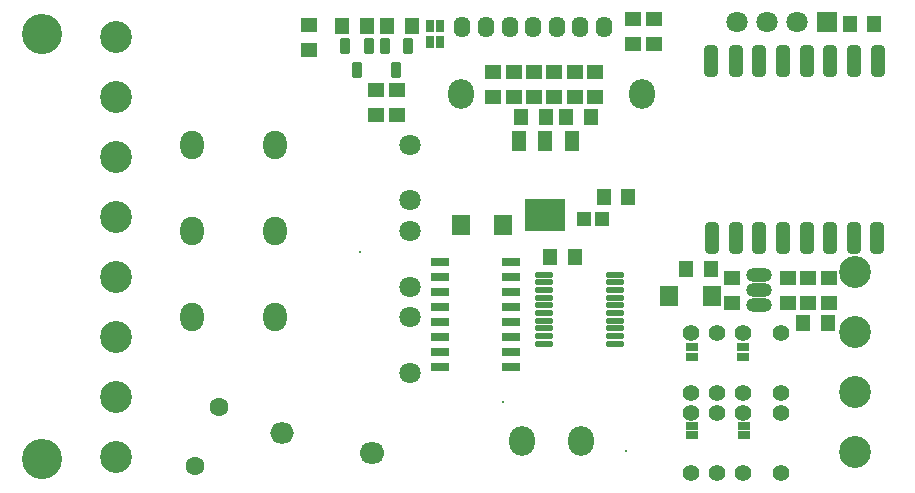
<source format=gbs>
G04 Layer_Color=16711935*
%FSLAX44Y44*%
%MOMM*%
G71*
G01*
G75*
%ADD55C,1.8032*%
%ADD56R,1.8032X1.8032*%
%ADD57C,0.2032*%
%ADD58C,1.4032*%
%ADD59C,2.7032*%
%ADD60O,2.0032X2.4032*%
%ADD61O,2.0032X1.8032*%
%ADD62O,2.1032X1.8032*%
%ADD63C,3.4032*%
%ADD64O,2.2032X2.5032*%
%ADD65C,1.6032*%
%ADD66O,2.2032X1.2032*%
%ADD67O,2.2032X1.2032*%
%ADD68O,1.4032X1.8032*%
%ADD69R,1.0032X0.7032*%
%ADD70R,1.4032X1.3032*%
G04:AMPARAMS|DCode=71|XSize=2.7032mm|YSize=1.2032mm|CornerRadius=0.3516mm|HoleSize=0mm|Usage=FLASHONLY|Rotation=90.000|XOffset=0mm|YOffset=0mm|HoleType=Round|Shape=RoundedRectangle|*
%AMROUNDEDRECTD71*
21,1,2.7032,0.5000,0,0,90.0*
21,1,2.0000,1.2032,0,0,90.0*
1,1,0.7032,0.2500,1.0000*
1,1,0.7032,0.2500,-1.0000*
1,1,0.7032,-0.2500,-1.0000*
1,1,0.7032,-0.2500,1.0000*
%
%ADD71ROUNDEDRECTD71*%
%ADD72R,1.3032X1.4032*%
%ADD73R,1.6032X0.8032*%
%ADD74O,1.6032X0.5532*%
%ADD75R,1.5032X1.8032*%
%ADD76R,1.2032X1.2032*%
%ADD77R,3.4532X2.7032*%
%ADD78R,1.2032X1.7032*%
G04:AMPARAMS|DCode=79|XSize=0.8532mm|YSize=1.4032mm|CornerRadius=0.1829mm|HoleSize=0mm|Usage=FLASHONLY|Rotation=180.000|XOffset=0mm|YOffset=0mm|HoleType=Round|Shape=RoundedRectangle|*
%AMROUNDEDRECTD79*
21,1,0.8532,1.0375,0,0,180.0*
21,1,0.4875,1.4032,0,0,180.0*
1,1,0.3657,-0.2437,0.5188*
1,1,0.3657,0.2437,0.5188*
1,1,0.3657,0.2437,-0.5188*
1,1,0.3657,-0.2437,-0.5188*
%
%ADD79ROUNDEDRECTD79*%
%ADD80R,0.7032X1.0032*%
D55*
X638556Y395224D02*
D03*
X663956D02*
D03*
X613156D02*
D03*
X337058Y244084D02*
D03*
Y291084D02*
D03*
Y98034D02*
D03*
Y145034D02*
D03*
Y171059D02*
D03*
Y218059D02*
D03*
D56*
X689356Y395224D02*
D03*
D57*
X294640Y199898D02*
D03*
X519938Y32004D02*
D03*
X415290Y73660D02*
D03*
D58*
X574902Y13208D02*
D03*
X596902D02*
D03*
X618902D02*
D03*
X650902D02*
D03*
X574902Y64008D02*
D03*
X596902D02*
D03*
X618902D02*
D03*
X650902D02*
D03*
Y131400D02*
D03*
X618902D02*
D03*
X596902D02*
D03*
X574902D02*
D03*
X650902Y80600D02*
D03*
X618902D02*
D03*
X596902D02*
D03*
X574902D02*
D03*
D59*
X87884Y382270D02*
D03*
Y331470D02*
D03*
Y280670D02*
D03*
Y229870D02*
D03*
Y26670D02*
D03*
Y77470D02*
D03*
Y128270D02*
D03*
Y179070D02*
D03*
X713740Y30988D02*
D03*
Y81788D02*
D03*
Y132588D02*
D03*
Y183388D02*
D03*
D60*
X152058Y291084D02*
D03*
X222058D02*
D03*
X152058Y145034D02*
D03*
X222058D02*
D03*
X152058Y218059D02*
D03*
X222058D02*
D03*
D61*
X228446Y46854D02*
D03*
D62*
X304446Y29854D02*
D03*
D63*
X25000Y385000D02*
D03*
Y25000D02*
D03*
D64*
X379438Y334290D02*
D03*
X533438D02*
D03*
X431438Y40290D02*
D03*
X481438D02*
D03*
D65*
X174846Y68688D02*
D03*
X154846Y18688D02*
D03*
D66*
X632460Y181102D02*
D03*
Y155702D02*
D03*
D67*
Y168402D02*
D03*
D68*
X500944Y390906D02*
D03*
X420944D02*
D03*
X440944D02*
D03*
X460944D02*
D03*
X400944D02*
D03*
X380944D02*
D03*
X480944D02*
D03*
D69*
X618998Y111570D02*
D03*
Y119570D02*
D03*
X575056Y111570D02*
D03*
Y119570D02*
D03*
X575310Y45022D02*
D03*
Y53022D02*
D03*
X619252Y45276D02*
D03*
Y53276D02*
D03*
D70*
X251362Y392516D02*
D03*
Y371516D02*
D03*
X525682Y397596D02*
D03*
Y376596D02*
D03*
X656434Y177886D02*
D03*
Y156886D02*
D03*
X673706Y177886D02*
D03*
Y156886D02*
D03*
X609248Y157140D02*
D03*
Y178140D02*
D03*
X458978Y352724D02*
D03*
Y331724D02*
D03*
X407162Y352724D02*
D03*
Y331724D02*
D03*
X424746D02*
D03*
Y352724D02*
D03*
X493620Y331892D02*
D03*
Y352892D02*
D03*
X476562Y331724D02*
D03*
Y352724D02*
D03*
X442058Y331638D02*
D03*
Y352638D02*
D03*
X543462Y376596D02*
D03*
Y397596D02*
D03*
X691290Y156886D02*
D03*
Y177886D02*
D03*
X325530Y316652D02*
D03*
Y337652D02*
D03*
X308258Y316652D02*
D03*
Y337652D02*
D03*
D71*
X732178Y211766D02*
D03*
X712478D02*
D03*
X692478D02*
D03*
X672778D02*
D03*
X652378D02*
D03*
X632278D02*
D03*
X612378D02*
D03*
X592278D02*
D03*
X591878Y361766D02*
D03*
X612278D02*
D03*
X631878D02*
D03*
X652078D02*
D03*
X672678D02*
D03*
X692478D02*
D03*
X712678D02*
D03*
X732478D02*
D03*
D72*
X690204Y140110D02*
D03*
X669204D02*
D03*
X455590Y196186D02*
D03*
X476590D02*
D03*
X591728Y186084D02*
D03*
X570728D02*
D03*
X489798Y314608D02*
D03*
X468798D02*
D03*
X451952D02*
D03*
X430952D02*
D03*
X729828Y393094D02*
D03*
X708828D02*
D03*
X500548Y246478D02*
D03*
X521548D02*
D03*
X317160Y392020D02*
D03*
X338160D02*
D03*
X279060D02*
D03*
X300060D02*
D03*
D73*
X421922Y192024D02*
D03*
Y179324D02*
D03*
Y166624D02*
D03*
Y153924D02*
D03*
Y141224D02*
D03*
Y128524D02*
D03*
Y115824D02*
D03*
X361922D02*
D03*
Y128524D02*
D03*
Y141224D02*
D03*
Y153924D02*
D03*
Y166624D02*
D03*
Y179324D02*
D03*
Y192024D02*
D03*
Y103124D02*
D03*
X421922D02*
D03*
D74*
X450060Y122642D02*
D03*
Y129142D02*
D03*
Y135642D02*
D03*
Y142142D02*
D03*
Y148642D02*
D03*
Y155142D02*
D03*
Y161642D02*
D03*
Y168142D02*
D03*
Y174642D02*
D03*
Y181142D02*
D03*
X510060Y122642D02*
D03*
Y129142D02*
D03*
Y135642D02*
D03*
Y142142D02*
D03*
Y148642D02*
D03*
Y155142D02*
D03*
Y161642D02*
D03*
Y168142D02*
D03*
Y174642D02*
D03*
Y181142D02*
D03*
D75*
X592040Y163068D02*
D03*
X556040D02*
D03*
X415510Y222758D02*
D03*
X379510D02*
D03*
D76*
X483990Y228346D02*
D03*
X498990D02*
D03*
D77*
X451104Y231640D02*
D03*
D78*
X473604Y294140D02*
D03*
X451104D02*
D03*
X428604D02*
D03*
D79*
X301592Y374490D02*
D03*
X291592Y354490D02*
D03*
X281592Y374490D02*
D03*
X335120Y374744D02*
D03*
X325120Y354744D02*
D03*
X315120Y374744D02*
D03*
D80*
X361886Y391668D02*
D03*
X353886D02*
D03*
X361886Y377698D02*
D03*
X353886D02*
D03*
M02*

</source>
